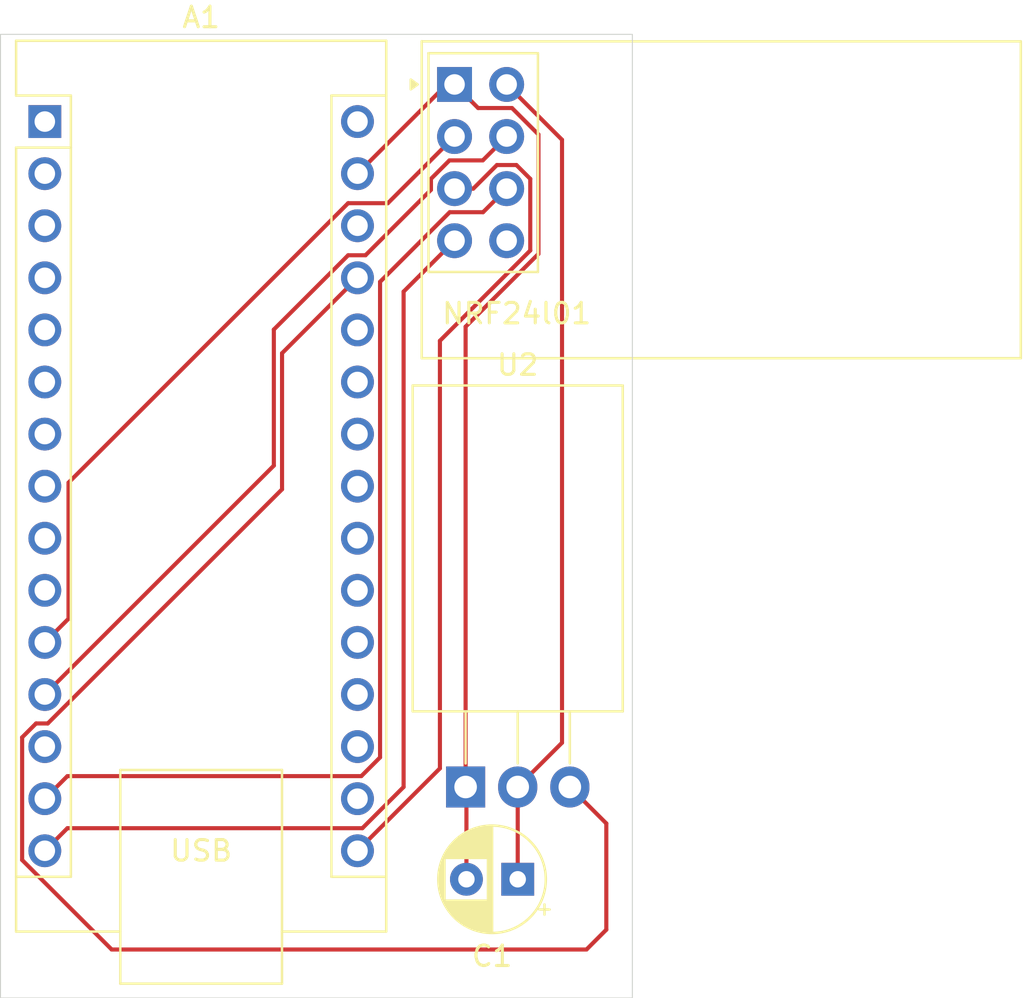
<source format=kicad_pcb>
(kicad_pcb (version 20240108) (generator "pcbnew") (generator_version "8.0")
  (layers (0 "F.Cu" signal) (31 "B.Cu" signal) (34 "B.Paste" user) (35 "F.Paste" user) (36 "B.SilkS" user "B.Silkscreen") (37 "F.SilkS" user "F.Silkscreen") (38 "B.Mask" user) (39 "F.Mask" user) (44 "Edge.Cuts" user))
  (net 0 "")
  (net 2 "Net-(U1-GND)")
  (net 3 "Net-(A1-+5V)")
  (net 8 "Net-(A1-D12)")
  (net 10 "Net-(A1-D13)")
  (net 16 "Net-(A1-D9)")
  (net 26 "Net-(U1-VCC)")
  (net 27 "Net-(A1-D8)")
  (net 28 "Net-(A1-D11)")
  (footprint "Module:Arduino_Nano" (layer "F.Cu") (at 98.1842 42.5562)
    (property "Reference" "A1" (at 7.62 -5.08 0) (layer "F.SilkS"))
    (property "Value" "Arduino_Nano_v3.x")
    (fp_line (start -1.4 -3.94) (end -1.4 -1.27) (stroke (width 0.12)) (layer "F.SilkS"))
    (fp_line (start -1.4 1.27) (end -1.4 39.5) (stroke (width 0.12)) (layer "F.SilkS"))
    (fp_line (start -1.4 39.5) (end 3.68 39.5) (stroke (width 0.12)) (layer "F.SilkS"))
    (fp_line (start 1.27 -1.27) (end -1.4 -1.27) (stroke (width 0.12)) (layer "F.SilkS"))
    (fp_line (start 1.27 1.27) (end -1.4 1.27) (stroke (width 0.12)) (layer "F.SilkS"))
    (fp_line (start 1.27 1.27) (end 1.27 -1.27) (stroke (width 0.12)) (layer "F.SilkS"))
    (fp_line (start 1.27 1.27) (end 1.27 36.83) (stroke (width 0.12)) (layer "F.SilkS"))
    (fp_line (start 1.27 36.83) (end -1.4 36.83) (stroke (width 0.12)) (layer "F.SilkS"))
    (fp_line (start 3.68 31.62) (end 11.56 31.62) (stroke (width 0.12)) (layer "F.SilkS"))
    (fp_line (start 3.68 42.04) (end 3.68 31.62) (stroke (width 0.12)) (layer "F.SilkS"))
    (fp_line (start 11.56 31.62) (end 11.56 42.04) (stroke (width 0.12)) (layer "F.SilkS"))
    (fp_line (start 11.56 42.04) (end 3.68 42.04) (stroke (width 0.12)) (layer "F.SilkS"))
    (fp_line (start 13.97 -1.27) (end 13.97 36.83) (stroke (width 0.12)) (layer "F.SilkS"))
    (fp_line (start 13.97 -1.27) (end 16.64 -1.27) (stroke (width 0.12)) (layer "F.SilkS"))
    (fp_line (start 13.97 36.83) (end 16.64 36.83) (stroke (width 0.12)) (layer "F.SilkS"))
    (fp_line (start 16.64 -3.94) (end -1.4 -3.94) (stroke (width 0.12)) (layer "F.SilkS"))
    (fp_line (start 16.64 39.5) (end 11.56 39.5) (stroke (width 0.12)) (layer "F.SilkS"))
    (fp_line (start 16.64 39.5) (end 16.64 -3.94) (stroke (width 0.12)) (layer "F.SilkS"))
    (fp_text user "USB" (at 7.62 35.56 0) (layer "F.SilkS"))
    (pad "1" thru_hole rect (at 0 0) (size 1.6 1.6) (drill 1) (layers "*.Cu" "*.Mask"))
    (pad "2" thru_hole oval (at 0 2.54) (size 1.6 1.6) (drill 1) (layers "*.Cu" "*.Mask"))
    (pad "3" thru_hole oval (at 0 5.08) (size 1.6 1.6) (drill 1) (layers "*.Cu" "*.Mask"))
    (pad "4" thru_hole oval (at 0 7.62) (size 1.6 1.6) (drill 1) (layers "*.Cu" "*.Mask"))
    (pad "5" thru_hole oval (at 0 10.16) (size 1.6 1.6) (drill 1) (layers "*.Cu" "*.Mask"))
    (pad "6" thru_hole oval (at 0 12.7) (size 1.6 1.6) (drill 1) (layers "*.Cu" "*.Mask"))
    (pad "7" thru_hole oval (at 0 15.24) (size 1.6 1.6) (drill 1) (layers "*.Cu" "*.Mask"))
    (pad "8" thru_hole oval (at 0 17.78) (size 1.6 1.6) (drill 1) (layers "*.Cu" "*.Mask"))
    (pad "9" thru_hole oval (at 0 20.32) (size 1.6 1.6) (drill 1) (layers "*.Cu" "*.Mask"))
    (pad "10" thru_hole oval (at 0 22.86) (size 1.6 1.6) (drill 1) (layers "*.Cu" "*.Mask"))
    (pad "11" thru_hole oval (at 0 25.4) (size 1.6 1.6) (drill 1) (layers "*.Cu" "*.Mask") (net 27 "Net-(A1-D8)"))
    (pad "12" thru_hole oval (at 0 27.94) (size 1.6 1.6) (drill 1) (layers "*.Cu" "*.Mask") (net 16 "Net-(A1-D9)"))
    (pad "13" thru_hole oval (at 0 30.48) (size 1.6 1.6) (drill 1) (layers "*.Cu" "*.Mask"))
    (pad "14" thru_hole oval (at 0 33.02) (size 1.6 1.6) (drill 1) (layers "*.Cu" "*.Mask") (net 28 "Net-(A1-D11)"))
    (pad "15" thru_hole oval (at 0 35.56) (size 1.6 1.6) (drill 1) (layers "*.Cu" "*.Mask") (net 8 "Net-(A1-D12)"))
    (pad "16" thru_hole oval (at 15.24 35.56) (size 1.6 1.6) (drill 1) (layers "*.Cu" "*.Mask") (net 10 "Net-(A1-D13)"))
    (pad "17" thru_hole oval (at 15.24 33.02) (size 1.6 1.6) (drill 1) (layers "*.Cu" "*.Mask"))
    (pad "18" thru_hole oval (at 15.24 30.48) (size 1.6 1.6) (drill 1) (layers "*.Cu" "*.Mask"))
    (pad "19" thru_hole oval (at 15.24 27.94) (size 1.6 1.6) (drill 1) (layers "*.Cu" "*.Mask"))
    (pad "20" thru_hole oval (at 15.24 25.4) (size 1.6 1.6) (drill 1) (layers "*.Cu" "*.Mask"))
    (pad "21" thru_hole oval (at 15.24 22.86) (size 1.6 1.6) (drill 1) (layers "*.Cu" "*.Mask"))
    (pad "22" thru_hole oval (at 15.24 20.32) (size 1.6 1.6) (drill 1) (layers "*.Cu" "*.Mask"))
    (pad "23" thru_hole oval (at 15.24 17.78) (size 1.6 1.6) (drill 1) (layers "*.Cu" "*.Mask"))
    (pad "24" thru_hole oval (at 15.24 15.24) (size 1.6 1.6) (drill 1) (layers "*.Cu" "*.Mask"))
    (pad "25" thru_hole oval (at 15.24 12.7) (size 1.6 1.6) (drill 1) (layers "*.Cu" "*.Mask"))
    (pad "26" thru_hole oval (at 15.24 10.16) (size 1.6 1.6) (drill 1) (layers "*.Cu" "*.Mask"))
    (pad "27" thru_hole oval (at 15.24 7.62) (size 1.6 1.6) (drill 1) (layers "*.Cu" "*.Mask") (net 3 "Net-(A1-+5V)"))
    (pad "28" thru_hole oval (at 15.24 5.08) (size 1.6 1.6) (drill 1) (layers "*.Cu" "*.Mask"))
    (pad "29" thru_hole oval (at 15.24 2.54) (size 1.6 1.6) (drill 1) (layers "*.Cu" "*.Mask") (net 2 "Net-(U1-GND)"))
    (pad "30" thru_hole oval (at 15.24 0) (size 1.6 1.6) (drill 1) (layers "*.Cu" "*.Mask"))
  )
  (footprint "Package_TO_SOT_THT:TO-220-3_Horizontal_TabDown" (layer "F.Cu") (at 118.6942 75.0062)
    (property "Reference" "U2" (at 2.54 -20.58 0) (layer "F.SilkS"))
    (property "Value" "LD1117V33")
    (fp_line (start -2.58 -19.58) (end -2.58 -3.69) (stroke (width 0.12)) (layer "F.SilkS"))
    (fp_line (start -2.58 -19.58) (end 7.66 -19.58) (stroke (width 0.12)) (layer "F.SilkS"))
    (fp_line (start -2.58 -3.69) (end 7.66 -3.69) (stroke (width 0.12)) (layer "F.SilkS"))
    (fp_line (start 0 -3.69) (end 0 -1.15) (stroke (width 0.12)) (layer "F.SilkS"))
    (fp_line (start 2.54 -3.69) (end 2.54 -1.15) (stroke (width 0.12)) (layer "F.SilkS"))
    (fp_line (start 5.08 -3.69) (end 5.08 -1.15) (stroke (width 0.12)) (layer "F.SilkS"))
    (fp_line (start 7.66 -19.58) (end 7.66 -3.69) (stroke (width 0.12)) (layer "F.SilkS"))
    (pad "" np_thru_hole oval (at 2.54 -16.66) (size 3.5 3.5) (drill 3.5) (layers "*.Cu" "*.Mask"))
    (pad "1" thru_hole rect (at 0 0) (size 1.905 2) (drill 1.1) (layers "*.Cu" "*.Mask") (net 2 "Net-(U1-GND)"))
    (pad "2" thru_hole oval (at 2.54 0) (size 1.905 2) (drill 1.1) (layers "*.Cu" "*.Mask") (net 26 "Net-(U1-VCC)"))
    (pad "3" thru_hole oval (at 5.08 0) (size 1.905 2) (drill 1.1) (layers "*.Cu" "*.Mask") (net 3 "Net-(A1-+5V)"))
  )
  (footprint "RF_Module:nRF24L01_Breakout" (layer "F.Cu") (at 118.1552 40.7462)
    (property "Reference" "NRF24l01" (at 3.0282 11.1714 0) (layer "F.SilkS"))
    (property "Value" "NRF24L01_Breakout" (hide yes))
    (fp_line (start -1.6 -2.1) (end -1.6 -2.1) (stroke (width 0.12)) (layer "F.SilkS"))
    (fp_line (start -1.6 -2.1) (end 27.6 -2.1) (stroke (width 0.12)) (layer "F.SilkS"))
    (fp_line (start -1.6 13.35) (end -1.6 -2.1) (stroke (width 0.12)) (layer "F.SilkS"))
    (fp_line (start -1.27 -1.524) (end -1.27 -1.524) (stroke (width 0.12)) (layer "F.SilkS"))
    (fp_line (start -1.27 -1.524) (end 4.064 -1.524) (stroke (width 0.12)) (layer "F.SilkS"))
    (fp_line (start -1.27 9.144) (end -1.27 -1.524) (stroke (width 0.12)) (layer "F.SilkS"))
    (fp_line (start -1.27 9.144) (end -1.27 9.144) (stroke (width 0.12)) (layer "F.SilkS"))
    (fp_line (start 4.064 -1.524) (end 4.064 9.144) (stroke (width 0.12)) (layer "F.SilkS"))
    (fp_line (start 4.064 9.144) (end -1.27 9.144) (stroke (width 0.12)) (layer "F.SilkS"))
    (fp_line (start 27.6 -2.1) (end 27.6 13.35) (stroke (width 0.12)) (layer "F.SilkS"))
    (fp_line (start 27.6 13.35) (end -1.6 13.35) (stroke (width 0.12)) (layer "F.SilkS"))
    (fp_poly (pts (xy -1.8 0) (xy -2.136 0.24) (xy -2.136 -0.24) (xy -1.8 0)) (stroke (width 0.12)) (fill solid) (layer "F.SilkS"))
    (pad "1" thru_hole rect (at 0 0) (size 1.7 1.7) (drill 1) (layers "*.Cu" "*.Mask") (net 2 "Net-(U1-GND)"))
    (pad "2" thru_hole circle (at 2.54 0) (size 1.7 1.7) (drill 1) (layers "*.Cu" "*.Mask") (net 26 "Net-(U1-VCC)"))
    (pad "3" thru_hole circle (at 0 2.54) (size 1.7 1.7) (drill 1) (layers "*.Cu" "*.Mask") (net 27 "Net-(A1-D8)"))
    (pad "4" thru_hole circle (at 2.54 2.54) (size 1.7 1.7) (drill 1) (layers "*.Cu" "*.Mask") (net 16 "Net-(A1-D9)"))
    (pad "5" thru_hole circle (at 0 5.08) (size 1.7 1.7) (drill 1) (layers "*.Cu" "*.Mask") (net 10 "Net-(A1-D13)"))
    (pad "6" thru_hole circle (at 2.54 5.08) (size 1.7 1.7) (drill 1) (layers "*.Cu" "*.Mask") (net 28 "Net-(A1-D11)"))
    (pad "7" thru_hole circle (at 0 7.62) (size 1.7 1.7) (drill 1) (layers "*.Cu" "*.Mask") (net 8 "Net-(A1-D12)"))
    (pad "8" thru_hole circle (at 2.54 7.62) (size 1.7 1.7) (drill 1) (layers "*.Cu" "*.Mask"))
  )
  (footprint "Capacitor_THT:CP_Radial_D5.0mm_P2.50mm" (layer "F.Cu") (at 121.2342 79.5062 180)
    (property "Reference" "C1" (at 1.25 -3.75 180) (layer "F.SilkS"))
    (property "Value" "C_Polarized")
    (fp_line (start 3.851 -0.284) (end 3.851 0.284) (stroke (width 0.12)) (layer "F.SilkS"))
    (fp_line (start 3.811 -0.518) (end 3.811 0.518) (stroke (width 0.12)) (layer "F.SilkS"))
    (fp_line (start 3.771 -0.677) (end 3.771 0.677) (stroke (width 0.12)) (layer "F.SilkS"))
    (fp_line (start 3.731 -0.805) (end 3.731 0.805) (stroke (width 0.12)) (layer "F.SilkS"))
    (fp_line (start 3.691 -0.915) (end 3.691 0.915) (stroke (width 0.12)) (layer "F.SilkS"))
    (fp_line (start 3.651 -1.011) (end 3.651 1.011) (stroke (width 0.12)) (layer "F.SilkS"))
    (fp_line (start 3.611 -1.098) (end 3.611 1.098) (stroke (width 0.12)) (layer "F.SilkS"))
    (fp_line (start 3.571 -1.178) (end 3.571 1.178) (stroke (width 0.12)) (layer "F.SilkS"))
    (fp_line (start 3.531 1.04) (end 3.531 1.251) (stroke (width 0.12)) (layer "F.SilkS"))
    (fp_line (start 3.531 -1.251) (end 3.531 -1.04) (stroke (width 0.12)) (layer "F.SilkS"))
    (fp_line (start 3.491 1.04) (end 3.491 1.319) (stroke (width 0.12)) (layer "F.SilkS"))
    (fp_line (start 3.491 -1.319) (end 3.491 -1.04) (stroke (width 0.12)) (layer "F.SilkS"))
    (fp_line (start 3.451 1.04) (end 3.451 1.383) (stroke (width 0.12)) (layer "F.SilkS"))
    (fp_line (start 3.451 -1.383) (end 3.451 -1.04) (stroke (width 0.12)) (layer "F.SilkS"))
    (fp_line (start 3.411 1.04) (end 3.411 1.443) (stroke (width 0.12)) (layer "F.SilkS"))
    (fp_line (start 3.411 -1.443) (end 3.411 -1.04) (stroke (width 0.12)) (layer "F.SilkS"))
    (fp_line (start 3.371 1.04) (end 3.371 1.5) (stroke (width 0.12)) (layer "F.SilkS"))
    (fp_line (start 3.371 -1.5) (end 3.371 -1.04) (stroke (width 0.12)) (layer "F.SilkS"))
    (fp_line (start 3.331 1.04) (end 3.331 1.554) (stroke (width 0.12)) (layer "F.SilkS"))
    (fp_line (start 3.331 -1.554) (end 3.331 -1.04) (stroke (width 0.12)) (layer "F.SilkS"))
    (fp_line (start 3.291 1.04) (end 3.291 1.605) (stroke (width 0.12)) (layer "F.SilkS"))
    (fp_line (start 3.291 -1.605) (end 3.291 -1.04) (stroke (width 0.12)) (layer "F.SilkS"))
    (fp_line (start 3.251 1.04) (end 3.251 1.653) (stroke (width 0.12)) (layer "F.SilkS"))
    (fp_line (start 3.251 -1.653) (end 3.251 -1.04) (stroke (width 0.12)) (layer "F.SilkS"))
    (fp_line (start 3.211 1.04) (end 3.211 1.699) (stroke (width 0.12)) (layer "F.SilkS"))
    (fp_line (start 3.211 -1.699) (end 3.211 -1.04) (stroke (width 0.12)) (layer "F.SilkS"))
    (fp_line (start 3.171 1.04) (end 3.171 1.743) (stroke (width 0.12)) (layer "F.SilkS"))
    (fp_line (start 3.171 -1.743) (end 3.171 -1.04) (stroke (width 0.12)) (layer "F.SilkS"))
    (fp_line (start 3.131 1.04) (end 3.131 1.785) (stroke (width 0.12)) (layer "F.SilkS"))
    (fp_line (start 3.131 -1.785) (end 3.131 -1.04) (stroke (width 0.12)) (layer "F.SilkS"))
    (fp_line (start 3.091 1.04) (end 3.091 1.826) (stroke (width 0.12)) (layer "F.SilkS"))
    (fp_line (start 3.091 -1.826) (end 3.091 -1.04) (stroke (width 0.12)) (layer "F.SilkS"))
    (fp_line (start 3.051 1.04) (end 3.051 1.864) (stroke (width 0.12)) (layer "F.SilkS"))
    (fp_line (start 3.051 -1.864) (end 3.051 -1.04) (stroke (width 0.12)) (layer "F.SilkS"))
    (fp_line (start 3.011 1.04) (end 3.011 1.901) (stroke (width 0.12)) (layer "F.SilkS"))
    (fp_line (start 3.011 -1.901) (end 3.011 -1.04) (stroke (width 0.12)) (layer "F.SilkS"))
    (fp_line (start 2.971 1.04) (end 2.971 1.937) (stroke (width 0.12)) (layer "F.SilkS"))
    (fp_line (start 2.971 -1.937) (end 2.971 -1.04) (stroke (width 0.12)) (layer "F.SilkS"))
    (fp_line (start 2.931 1.04) (end 2.931 1.971) (stroke (width 0.12)) (layer "F.SilkS"))
    (fp_line (start 2.931 -1.971) (end 2.931 -1.04) (stroke (width 0.12)) (layer "F.SilkS"))
    (fp_line (start 2.891 1.04) (end 2.891 2.004) (stroke (width 0.12)) (layer "F.SilkS"))
    (fp_line (start 2.891 -2.004) (end 2.891 -1.04) (stroke (width 0.12)) (layer "F.SilkS"))
    (fp_line (start 2.851 1.04) (end 2.851 2.035) (stroke (width 0.12)) (layer "F.SilkS"))
    (fp_line (start 2.851 -2.035) (end 2.851 -1.04) (stroke (width 0.12)) (layer "F.SilkS"))
    (fp_line (start 2.811 1.04) (end 2.811 2.065) (stroke (width 0.12)) (layer "F.SilkS"))
    (fp_line (start 2.811 -2.065) (end 2.811 -1.04) (stroke (width 0.12)) (layer "F.SilkS"))
    (fp_line (start 2.771 1.04) (end 2.771 2.095) (stroke (width 0.12)) (layer "F.SilkS"))
    (fp_line (start 2.771 -2.095) (end 2.771 -1.04) (stroke (width 0.12)) (layer "F.SilkS"))
    (fp_line (start 2.731 1.04) (end 2.731 2.122) (stroke (width 0.12)) (layer "F.SilkS"))
    (fp_line (start 2.731 -2.122) (end 2.731 -1.04) (stroke (width 0.12)) (layer "F.SilkS"))
    (fp_line (start 2.691 1.04) (end 2.691 2.149) (stroke (width 0.12)) (layer "F.SilkS"))
    (fp_line (start 2.691 -2.149) (end 2.691 -1.04) (stroke (width 0.12)) (layer "F.SilkS"))
    (fp_line (start 2.651 1.04) (end 2.651 2.175) (stroke (width 0.12)) (layer "F.SilkS"))
    (fp_line (start 2.651 -2.175) (end 2.651 -1.04) (stroke (width 0.12)) (layer "F.SilkS"))
    (fp_line (start 2.611 1.04) (end 2.611 2.2) (stroke (width 0.12)) (layer "F.SilkS"))
    (fp_line (start 2.611 -2.2) (end 2.611 -1.04) (stroke (width 0.12)) (layer "F.SilkS"))
    (fp_line (start 2.571 1.04) (end 2.571 2.224) (stroke (width 0.12)) (layer "F.SilkS"))
    (fp_line (start 2.571 -2.224) (end 2.571 -1.04) (stroke (width 0.12)) (layer "F.SilkS"))
    (fp_line (start 2.531 1.04) (end 2.531 2.247) (stroke (width 0.12)) (layer "F.SilkS"))
    (fp_line (start 2.531 -2.247) (end 2.531 -1.04) (stroke (width 0.12)) (layer "F.SilkS"))
    (fp_line (start 2.491 1.04) (end 2.491 2.268) (stroke (width 0.12)) (layer "F.SilkS"))
    (fp_line (start 2.491 -2.268) (end 2.491 -1.04) (stroke (width 0.12)) (layer "F.SilkS"))
    (fp_line (start 2.451 1.04) (end 2.451 2.29) (stroke (width 0.12)) (layer "F.SilkS"))
    (fp_line (start 2.451 -2.29) (end 2.451 -1.04) (stroke (width 0.12)) (layer "F.SilkS"))
    (fp_line (start 2.411 1.04) (end 2.411 2.31) (stroke (width 0.12)) (layer "F.SilkS"))
    (fp_line (start 2.411 -2.31) (end 2.411 -1.04) (stroke (width 0.12)) (layer "F.SilkS"))
    (fp_line (start 2.371 1.04) (end 2.371 2.329) (stroke (width 0.12)) (layer "F.SilkS"))
    (fp_line (start 2.371 -2.329) (end 2.371 -1.04) (stroke (width 0.12)) (layer "F.SilkS"))
    (fp_line (start 2.331 1.04) (end 2.331 2.348) (stroke (width 0.12)) (layer "F.SilkS"))
    (fp_line (start 2.331 -2.348) (end 2.331 -1.04) (stroke (width 0.12)) (layer "F.SilkS"))
    (fp_line (start 2.291 1.04) (end 2.291 2.365) (stroke (width 0.12)) (layer "F.SilkS"))
    (fp_line (start 2.291 -2.365) (end 2.291 -1.04) (stroke (width 0.12)) (layer "F.SilkS"))
    (fp_line (start 2.251 1.04) (end 2.251 2.382) (stroke (width 0.12)) (layer "F.SilkS"))
    (fp_line (start 2.251 -2.382) (end 2.251 -1.04) (stroke (width 0.12)) (layer "F.SilkS"))
    (fp_line (start 2.211 1.04) (end 2.211 2.398) (stroke (width 0.12)) (layer "F.SilkS"))
    (fp_line (start 2.211 -2.398) (end 2.211 -1.04) (stroke (width 0.12)) (layer "F.SilkS"))
    (fp_line (start 2.171 1.04) (end 2.171 2.414) (stroke (width 0.12)) (layer "F.SilkS"))
    (fp_line (start 2.171 -2.414) (end 2.171 -1.04) (stroke (width 0.12)) (layer "F.SilkS"))
    (fp_line (start 2.131 1.04) (end 2.131 2.428) (stroke (width 0.12)) (layer "F.SilkS"))
    (fp_line (start 2.131 -2.428) (end 2.131 -1.04) (stroke (width 0.12)) (layer "F.SilkS"))
    (fp_line (start 2.091 1.04) (end 2.091 2.442) (stroke (width 0.12)) (layer "F.SilkS"))
    (fp_line (start 2.091 -2.442) (end 2.091 -1.04) (stroke (width 0.12)) (layer "F.SilkS"))
    (fp_line (start 2.051 1.04) (end 2.051 2.455) (stroke (width 0.12)) (layer "F.SilkS"))
    (fp_line (start 2.051 -2.455) (end 2.051 -1.04) (stroke (width 0.12)) (layer "F.SilkS"))
    (fp_line (start 2.011 1.04) (end 2.011 2.468) (stroke (width 0.12)) (layer "F.SilkS"))
    (fp_line (start 2.011 -2.468) (end 2.011 -1.04) (stroke (width 0.12)) (layer "F.SilkS"))
    (fp_line (start 1.971 1.04) (end 1.971 2.48) (stroke (width 0.12)) (layer "F.SilkS"))
    (fp_line (start 1.971 -2.48) (end 1.971 -1.04) (stroke (width 0.12)) (layer "F.SilkS"))
    (fp_line (start 1.93 1.04) (end 1.93 2.491) (stroke (width 0.12)) (layer "F.SilkS"))
    (fp_line (start 1.93 -2.491) (end 1.93 -1.04) (stroke (width 0.12)) (layer "F.SilkS"))
    (fp_line (start 1.89 1.04) (end 1.89 2.501) (stroke (width 0.12)) (layer "F.SilkS"))
    (fp_line (start 1.89 -2.501) (end 1.89 -1.04) (stroke (width 0.12)) (layer "F.SilkS"))
    (fp_line (start 1.85 1.04) (end 1.85 2.511) (stroke (width 0.12)) (layer "F.SilkS"))
    (fp_line (start 1.85 -2.511) (end 1.85 -1.04) (stroke (width 0.12)) (layer "F.SilkS"))
    (fp_line (start 1.81 1.04) (end 1.81 2.52) (stroke (width 0.12)) (layer "F.SilkS"))
    (fp_line (start 1.81 -2.52) (end 1.81 -1.04) (stroke (width 0.12)) (layer "F.SilkS"))
    (fp_line (start 1.77 1.04) (end 1.77 2.528) (stroke (width 0.12)) (layer "F.SilkS"))
    (fp_line (start 1.77 -2.528) (end 1.77 -1.04) (stroke (width 0.12)) (layer "F.SilkS"))
    (fp_line (start 1.73 1.04) (end 1.73 2.536) (stroke (width 0.12)) (layer "F.SilkS"))
    (fp_line (start 1.73 -2.536) (end 1.73 -1.04) (stroke (width 0.12)) (layer "F.SilkS"))
    (fp_line (start 1.69 1.04) (end 1.69 2.543) (stroke (width 0.12)) (layer "F.SilkS"))
    (fp_line (start 1.69 -2.543) (end 1.69 -1.04) (stroke (width 0.12)) (layer "F.SilkS"))
    (fp_line (start 1.65 1.04) (end 1.65 2.55) (stroke (width 0.12)) (layer "F.SilkS"))
    (fp_line (start 1.65 -2.55) (end 1.65 -1.04) (stroke (width 0.12)) (layer "F.SilkS"))
    (fp_line (start 1.61 1.04) (end 1.61 2.556) (stroke (width 0.12)) (layer "F.SilkS"))
    (fp_line (start 1.61 -2.556) (end 1.61 -1.04) (stroke (width 0.12)) (layer "F.SilkS"))
    (fp_line (start 1.57 1.04) (end 1.57 2.561) (stroke (width 0.12)) (layer "F.SilkS"))
    (fp_line (start 1.57 -2.561) (end 1.57 -1.04) (stroke (width 0.12)) (layer "F.SilkS"))
    (fp_line (start 1.53 1.04) (end 1.53 2.565) (stroke (width 0.12)) (layer "F.SilkS"))
    (fp_line (start 1.53 -2.565) (end 1.53 -1.04) (stroke (width 0.12)) (layer "F.SilkS"))
    (fp_line (start 1.49 1.04) (end 1.49 2.569) (stroke (width 0.12)) (layer "F.SilkS"))
    (fp_line (start 1.49 -2.569) (end 1.49 -1.04) (stroke (width 0.12)) (layer "F.SilkS"))
    (fp_line (start 1.45 -2.573) (end 1.45 2.573) (stroke (width 0.12)) (layer "F.SilkS"))
    (fp_line (start 1.41 -2.576) (end 1.41 2.576) (stroke (width 0.12)) (layer "F.SilkS"))
    (fp_line (start 1.37 -2.578) (end 1.37 2.578) (stroke (width 0.12)) (layer "F.SilkS"))
    (fp_line (start 1.33 -2.579) (end 1.33 2.579) (stroke (width 0.12)) (layer "F.SilkS"))
    (fp_line (start 1.29 -2.58) (end 1.29 2.58) (stroke (width 0.12)) (layer "F.SilkS"))
    (fp_line (start 1.25 -2.58) (end 1.25 2.58) (stroke (width 0.12)) (layer "F.SilkS"))
    (fp_line (start -1.304775 -1.725) (end -1.304775 -1.225) (stroke (width 0.12)) (layer "F.SilkS"))
    (fp_line (start -1.554775 -1.475) (end -1.054775 -1.475) (stroke (width 0.12)) (layer "F.SilkS"))
    (fp_circle (center 1.25 0) (end 3.87 0) (stroke (width 0.12)) (fill none) (layer "F.SilkS"))
    (pad "1" thru_hole rect (at 0 0 180) (size 1.6 1.6) (drill 0.8) (layers "*.Cu" "*.Mask") (net 26 "Net-(U1-VCC)"))
    (pad "2" thru_hole circle (at 2.5 0 180) (size 1.6 1.6) (drill 0.8) (layers "*.Cu" "*.Mask") (net 2 "Net-(U1-GND)"))
  )
  (gr_rect (start 96.0247 38.3032) (end 126.8222 85.2932) (stroke (width 0.05)) (fill none) (layer "Edge.Cuts"))
  (segment (start 119.3052 41.8962) (end 118.1552 40.7462) (width 0.2) (layer "F.Cu") (net 2))
  (segment (start 118.7342 79.5062) (end 118.7342 75.0462) (width 0.2) (layer "F.Cu") (net 2))
  (segment (start 117.7742 40.7462) (end 113.4242 45.0962) (width 0.2) (layer "F.Cu") (net 2))
  (segment (start 120.9548 41.8962) (end 119.3052 41.8962) (width 0.2) (layer "F.Cu") (net 2))
  (segment (start 118.7342 75.0462) (end 118.6942 75.0062) (width 0.2) (layer "F.Cu") (net 2))
  (segment (start 118.6942 75.0062) (end 118.6942 52.559232) (width 0.2) (layer "F.Cu") (net 2))
  (segment (start 118.1552 40.7462) (end 117.7742 40.7462) (width 0.2) (layer "F.Cu") (net 2))
  (segment (start 122.2452 49.008232) (end 122.2452 43.1866) (width 0.2) (layer "F.Cu") (net 2))
  (segment (start 122.2452 43.1866) (end 120.9548 41.8962) (width 0.2) (layer "F.Cu") (net 2))
  (segment (start 118.6942 52.559232) (end 122.2452 49.008232) (width 0.2) (layer "F.Cu") (net 2))
  (segment (start 97.757365 71.9074) (end 97.0788 72.585965) (width 0.2) (layer "F.Cu") (net 3))
  (segment (start 109.747 53.8534) (end 109.747 60.489035) (width 0.2) (layer "F.Cu") (net 3))
  (segment (start 109.747 60.489035) (end 98.328635 71.9074) (width 0.2) (layer "F.Cu") (net 3))
  (segment (start 125.5522 81.9658) (end 125.5522 76.7842) (width 0.2) (layer "F.Cu") (net 3))
  (segment (start 98.328635 71.9074) (end 97.757365 71.9074) (width 0.2) (layer "F.Cu") (net 3))
  (segment (start 124.587 82.931) (end 125.5522 81.9658) (width 0.2) (layer "F.Cu") (net 3))
  (segment (start 101.443365 82.931) (end 124.587 82.931) (width 0.2) (layer "F.Cu") (net 3))
  (segment (start 97.0788 78.566435) (end 101.443365 82.931) (width 0.2) (layer "F.Cu") (net 3))
  (segment (start 125.5522 76.7842) (end 123.7742 75.0062) (width 0.2) (layer "F.Cu") (net 3))
  (segment (start 97.0788 72.585965) (end 97.0788 78.566435) (width 0.2) (layer "F.Cu") (net 3))
  (segment (start 113.4242 50.1762) (end 109.747 53.8534) (width 0.2) (layer "F.Cu") (net 3))
  (segment (start 99.2842 77.0162) (end 98.1842 78.1162) (width 0.2) (layer "F.Cu") (net 8))
  (segment (start 115.6716 50.8498) (end 115.6716 75.0062) (width 0.2) (layer "F.Cu") (net 8))
  (segment (start 115.6716 75.0062) (end 113.6616 77.0162) (width 0.2) (layer "F.Cu") (net 8))
  (segment (start 118.1552 48.3662) (end 115.6716 50.8498) (width 0.2) (layer "F.Cu") (net 8))
  (segment (start 113.6616 77.0162) (end 99.2842 77.0162) (width 0.2) (layer "F.Cu") (net 8))
  (segment (start 121.8452 45.349854) (end 121.171546 44.6762) (width 0.2) (layer "F.Cu") (net 10))
  (segment (start 117.4417 53.246046) (end 121.8452 48.842546) (width 0.2) (layer "F.Cu") (net 10))
  (segment (start 117.4417 74.0987) (end 117.4417 53.246046) (width 0.2) (layer "F.Cu") (net 10))
  (segment (start 121.171546 44.6762) (end 120.218854 44.6762) (width 0.2) (layer "F.Cu") (net 10))
  (segment (start 113.4242 78.1162) (end 117.4417 74.0987) (width 0.2) (layer "F.Cu") (net 10))
  (segment (start 120.218854 44.6762) (end 119.068854 45.8262) (width 0.2) (layer "F.Cu") (net 10))
  (segment (start 119.068854 45.8262) (end 118.1552 45.8262) (width 0.2) (layer "F.Cu") (net 10))
  (segment (start 121.8452 48.842546) (end 121.8452 45.349854) (width 0.2) (layer "F.Cu") (net 10))
  (segment (start 109.347 52.697765) (end 112.968565 49.0762) (width 0.2) (layer "F.Cu") (net 16))
  (segment (start 117.905054 44.45) (end 119.5314 44.45) (width 0.2) (layer "F.Cu") (net 16))
  (segment (start 113.814 49.0762) (end 117.0052 45.885) (width 0.2) (layer "F.Cu") (net 16))
  (segment (start 109.347 59.3334) (end 109.347 52.697765) (width 0.2) (layer "F.Cu") (net 16))
  (segment (start 98.1842 70.4962) (end 109.347 59.3334) (width 0.2) (layer "F.Cu") (net 16))
  (segment (start 117.0052 45.885) (end 117.0052 45.349854) (width 0.2) (layer "F.Cu") (net 16))
  (segment (start 119.5314 44.45) (end 120.6952 43.2862) (width 0.2) (layer "F.Cu") (net 16))
  (segment (start 117.0052 45.349854) (end 117.905054 44.45) (width 0.2) (layer "F.Cu") (net 16))
  (segment (start 112.968565 49.0762) (end 113.814 49.0762) (width 0.2) (layer "F.Cu") (net 16))
  (segment (start 121.2342 75.0062) (end 123.3932 72.8472) (width 0.2) (layer "F.Cu") (net 26))
  (segment (start 123.3932 72.8472) (end 123.3932 43.4442) (width 0.2) (layer "F.Cu") (net 26))
  (segment (start 123.3932 43.4442) (end 120.6952 40.7462) (width 0.2) (layer "F.Cu") (net 26))
  (segment (start 121.2342 79.5062) (end 121.2342 75.0062) (width 0.2) (layer "F.Cu") (net 26))
  (segment (start 99.3394 66.801) (end 98.1842 67.9562) (width 0.2) (layer "F.Cu") (net 27))
  (segment (start 112.968565 46.5362) (end 99.3394 60.165365) (width 0.2) (layer "F.Cu") (net 27))
  (segment (start 114.9052 46.5362) (end 112.968565 46.5362) (width 0.2) (layer "F.Cu") (net 27))
  (segment (start 99.3394 60.165365) (end 99.3394 66.801) (width 0.2) (layer "F.Cu") (net 27))
  (segment (start 118.1552 43.2862) (end 114.9052 46.5362) (width 0.2) (layer "F.Cu") (net 27))
  (segment (start 119.5452 46.9762) (end 117.918854 46.9762) (width 0.2) (layer "F.Cu") (net 28))
  (segment (start 114.5242 50.370854) (end 114.5242 73.5628) (width 0.2) (layer "F.Cu") (net 28))
  (segment (start 117.918854 46.9762) (end 114.5242 50.370854) (width 0.2) (layer "F.Cu") (net 28))
  (segment (start 99.2842 74.4762) (end 98.1842 75.5762) (width 0.2) (layer "F.Cu") (net 28))
  (segment (start 113.6108 74.4762) (end 99.2842 74.4762) (width 0.2) (layer "F.Cu") (net 28))
  (segment (start 120.6952 45.8262) (end 119.5452 46.9762) (width 0.2) (layer "F.Cu") (net 28))
  (segment (start 114.5242 73.5628) (end 113.6108 74.4762) (width 0.2) (layer "F.Cu") (net 28))
)
</source>
